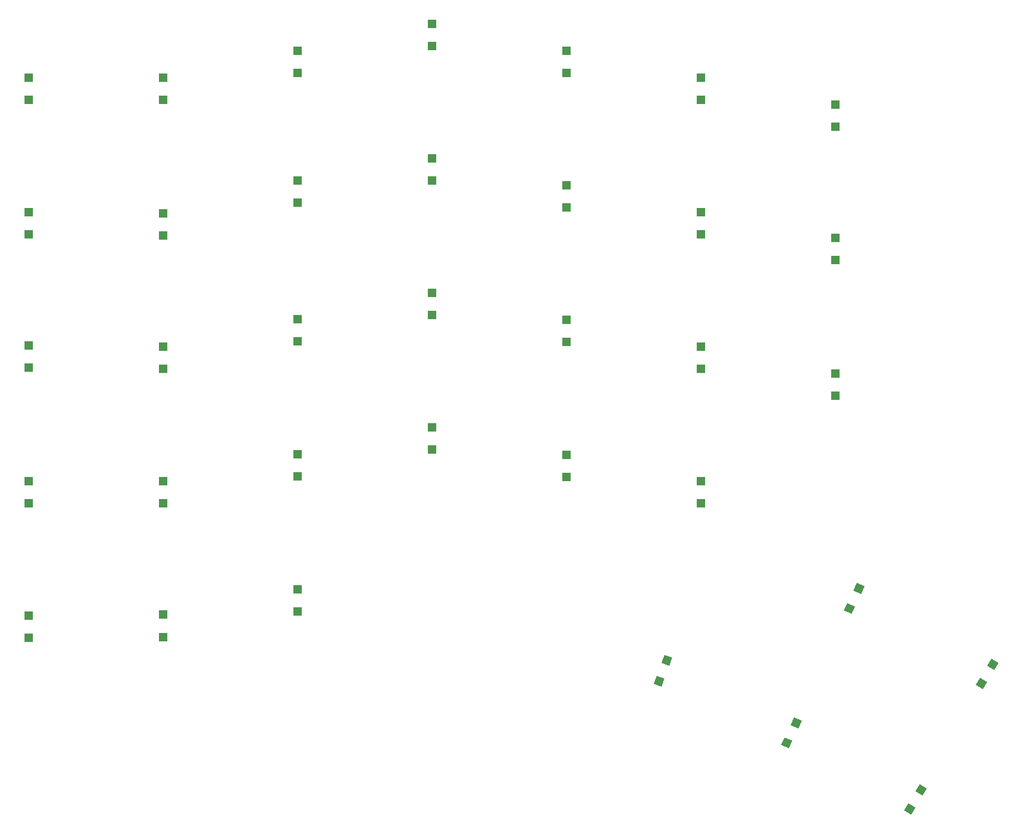
<source format=gbp>
%TF.GenerationSoftware,KiCad,Pcbnew,(5.1.6)-1*%
%TF.CreationDate,2020-06-18T19:24:29+02:00*%
%TF.ProjectId,splitkb,73706c69-746b-4622-9e6b-696361645f70,rev?*%
%TF.SameCoordinates,Original*%
%TF.FileFunction,Paste,Bot*%
%TF.FilePolarity,Positive*%
%FSLAX46Y46*%
G04 Gerber Fmt 4.6, Leading zero omitted, Abs format (unit mm)*
G04 Created by KiCad (PCBNEW (5.1.6)-1) date 2020-06-18 19:24:29*
%MOMM*%
%LPD*%
G01*
G04 APERTURE LIST*
%ADD10R,1.200000X1.200000*%
%ADD11C,0.100000*%
G04 APERTURE END LIST*
D10*
%TO.C,D1*%
X36830000Y-49315000D03*
X36830000Y-52465000D03*
%TD*%
%TO.C,D2*%
X36830000Y-68365000D03*
X36830000Y-71515000D03*
%TD*%
%TO.C,D3*%
X36830000Y-90385000D03*
X36830000Y-87235000D03*
%TD*%
%TO.C,D4*%
X36830000Y-106465000D03*
X36830000Y-109615000D03*
%TD*%
%TO.C,D5*%
X36830000Y-125515000D03*
X36830000Y-128665000D03*
%TD*%
%TO.C,D6*%
X55880000Y-49315000D03*
X55880000Y-52465000D03*
%TD*%
%TO.C,D7*%
X55880000Y-68580000D03*
X55880000Y-71730000D03*
%TD*%
%TO.C,D8*%
X55880000Y-87415000D03*
X55880000Y-90565000D03*
%TD*%
%TO.C,D9*%
X55880000Y-109615000D03*
X55880000Y-106465000D03*
%TD*%
%TO.C,D10*%
X55880000Y-128563400D03*
X55880000Y-125413400D03*
%TD*%
%TO.C,D11*%
X74930000Y-48655000D03*
X74930000Y-45505000D03*
%TD*%
%TO.C,D12*%
X74930000Y-63920000D03*
X74930000Y-67070000D03*
%TD*%
%TO.C,D13*%
X74930000Y-83522600D03*
X74930000Y-86672600D03*
%TD*%
%TO.C,D14*%
X74930000Y-105805000D03*
X74930000Y-102655000D03*
%TD*%
%TO.C,D15*%
X74930000Y-124925000D03*
X74930000Y-121775000D03*
%TD*%
%TO.C,D16*%
X93980000Y-41695000D03*
X93980000Y-44845000D03*
%TD*%
%TO.C,D17*%
X93980000Y-63895000D03*
X93980000Y-60745000D03*
%TD*%
%TO.C,D18*%
X93980000Y-82945000D03*
X93980000Y-79795000D03*
%TD*%
%TO.C,D19*%
X93980000Y-98845000D03*
X93980000Y-101995000D03*
%TD*%
D11*
%TO.C,D20*%
G36*
X126531467Y-135596214D02*
G01*
X125403836Y-135185789D01*
X125814261Y-134058158D01*
X126941892Y-134468583D01*
X126531467Y-135596214D01*
G37*
G36*
X127608831Y-132636182D02*
G01*
X126481200Y-132225757D01*
X126891625Y-131098126D01*
X128019256Y-131508551D01*
X127608831Y-132636182D01*
G37*
%TD*%
D10*
%TO.C,D21*%
X113030000Y-48655000D03*
X113030000Y-45505000D03*
%TD*%
%TO.C,D22*%
X113030000Y-67705000D03*
X113030000Y-64555000D03*
%TD*%
%TO.C,D23*%
X113030000Y-86755000D03*
X113030000Y-83605000D03*
%TD*%
%TO.C,D24*%
X113030000Y-105875000D03*
X113030000Y-102725000D03*
%TD*%
D11*
%TO.C,D25*%
G36*
X145865627Y-141512321D02*
G01*
X144778057Y-141005179D01*
X145285199Y-139917609D01*
X146372769Y-140424751D01*
X145865627Y-141512321D01*
G37*
G36*
X144534379Y-144367191D02*
G01*
X143446809Y-143860049D01*
X143953951Y-142772479D01*
X145041521Y-143279621D01*
X144534379Y-144367191D01*
G37*
%TD*%
D10*
%TO.C,D26*%
X132080000Y-49315000D03*
X132080000Y-52465000D03*
%TD*%
%TO.C,D27*%
X132080000Y-71515000D03*
X132080000Y-68365000D03*
%TD*%
%TO.C,D28*%
X132080000Y-87415000D03*
X132080000Y-90565000D03*
%TD*%
%TO.C,D29*%
X132080000Y-106465000D03*
X132080000Y-109615000D03*
%TD*%
D11*
%TO.C,D30*%
G36*
X161912115Y-153746874D02*
G01*
X160872885Y-153146874D01*
X161472885Y-152107644D01*
X162512115Y-152707644D01*
X161912115Y-153746874D01*
G37*
G36*
X163487115Y-151018894D02*
G01*
X162447885Y-150418894D01*
X163047885Y-149379664D01*
X164087115Y-149979664D01*
X163487115Y-151018894D01*
G37*
%TD*%
D10*
%TO.C,D31*%
X151130000Y-53125000D03*
X151130000Y-56275000D03*
%TD*%
%TO.C,D32*%
X151130000Y-71995000D03*
X151130000Y-75145000D03*
%TD*%
%TO.C,D33*%
X151130000Y-91225000D03*
X151130000Y-94375000D03*
%TD*%
D11*
%TO.C,D34*%
G36*
X153423521Y-125321822D02*
G01*
X152335951Y-124814680D01*
X152843093Y-123727110D01*
X153930663Y-124234252D01*
X153423521Y-125321822D01*
G37*
G36*
X154754769Y-122466952D02*
G01*
X153667199Y-121959810D01*
X154174341Y-120872240D01*
X155261911Y-121379382D01*
X154754769Y-122466952D01*
G37*
%TD*%
%TO.C,D35*%
G36*
X172072115Y-135966874D02*
G01*
X171032885Y-135366874D01*
X171632885Y-134327644D01*
X172672115Y-134927644D01*
X172072115Y-135966874D01*
G37*
G36*
X173647115Y-133238894D02*
G01*
X172607885Y-132638894D01*
X173207885Y-131599664D01*
X174247115Y-132199664D01*
X173647115Y-133238894D01*
G37*
%TD*%
M02*

</source>
